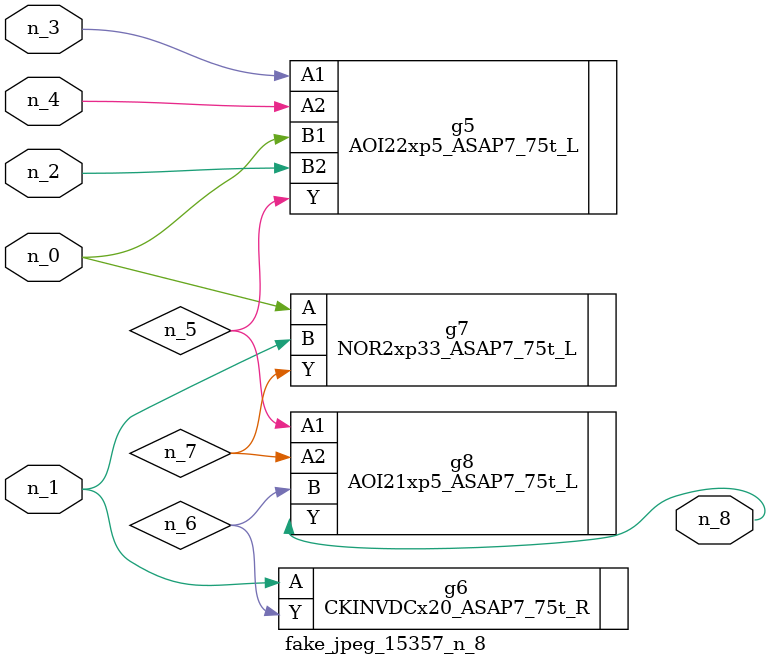
<source format=v>
module fake_jpeg_15357_n_8 (n_3, n_2, n_1, n_0, n_4, n_8);

input n_3;
input n_2;
input n_1;
input n_0;
input n_4;

output n_8;

wire n_6;
wire n_5;
wire n_7;

AOI22xp5_ASAP7_75t_L g5 ( 
.A1(n_3),
.A2(n_4),
.B1(n_0),
.B2(n_2),
.Y(n_5)
);

CKINVDCx20_ASAP7_75t_R g6 ( 
.A(n_1),
.Y(n_6)
);

NOR2xp33_ASAP7_75t_L g7 ( 
.A(n_0),
.B(n_1),
.Y(n_7)
);

AOI21xp5_ASAP7_75t_L g8 ( 
.A1(n_5),
.A2(n_7),
.B(n_6),
.Y(n_8)
);


endmodule
</source>
